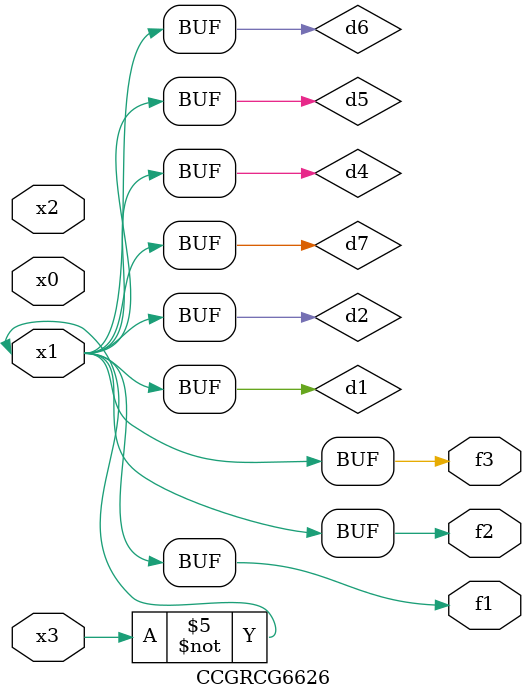
<source format=v>
module CCGRCG6626(
	input x0, x1, x2, x3,
	output f1, f2, f3
);

	wire d1, d2, d3, d4, d5, d6, d7;

	not (d1, x3);
	buf (d2, x1);
	xnor (d3, d1, d2);
	nor (d4, d1);
	buf (d5, d1, d2);
	buf (d6, d4, d5);
	nand (d7, d4);
	assign f1 = d6;
	assign f2 = d7;
	assign f3 = d6;
endmodule

</source>
